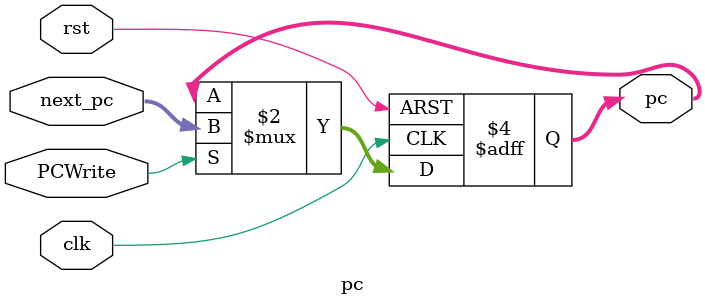
<source format=v>
`timescale 1ns / 1ps

module pc(
input clk, 
input [31:0] next_pc, 
input rst, 
input PCWrite,
output reg [31:0] pc
    );
    
    always@(posedge clk or posedge rst) begin
        if(rst) begin
            pc <= 32'b0;
        end
        else if (PCWrite) begin
            pc <= next_pc;
        end
    end
    
endmodule

</source>
